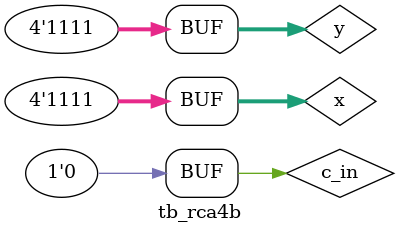
<source format=v>

`timescale 1ns/1ns

module tb_rca4b();

reg [3:0] x, y;
reg c_in;
wire [3:0] sum;
wire c_out;

rca4b u0(sum, c_out, x, y, c_in);

initial
begin
x=0; y=0; c_in=0;
#100; x=7; y=9; c_in=1;
#100; x=13; y=7; c_in=0;
#100; x=6; y=8; c_in=1;
#100; x=4; y=2; c_in=0;
#100; x=9; y=5; c_in=1;
#100; x=11; y=14; c_in=1;
// Required Test Case
#100; x=15; y=15; c_in=0;
end

endmodule

</source>
